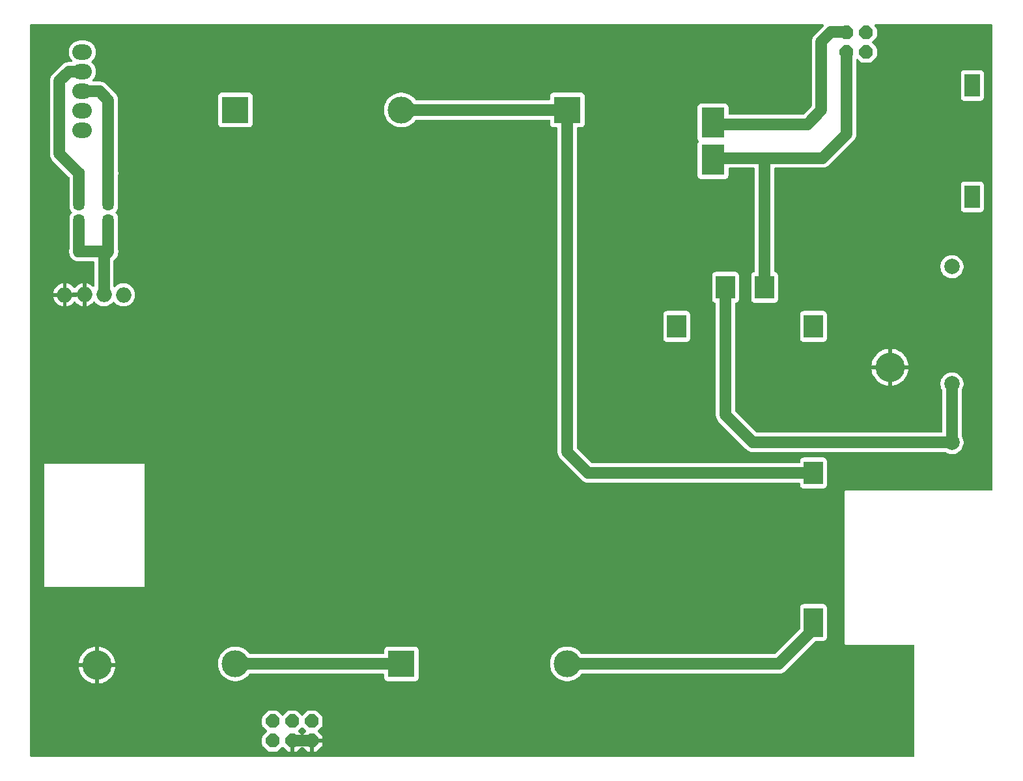
<source format=gbr>
%TF.GenerationSoftware,KiCad,Pcbnew,9.0.0*%
%TF.CreationDate,2025-05-09T22:52:22+03:00*%
%TF.ProjectId,QMX+ Battery + Audio Board,514d582b-2042-4617-9474-657279202b20,rev?*%
%TF.SameCoordinates,Original*%
%TF.FileFunction,Copper,L1,Top*%
%TF.FilePolarity,Positive*%
%FSLAX46Y46*%
G04 Gerber Fmt 4.6, Leading zero omitted, Abs format (unit mm)*
G04 Created by KiCad (PCBNEW 9.0.0) date 2025-05-09 22:52:22*
%MOMM*%
%LPD*%
G01*
G04 APERTURE LIST*
G04 Aperture macros list*
%AMRoundRect*
0 Rectangle with rounded corners*
0 $1 Rounding radius*
0 $2 $3 $4 $5 $6 $7 $8 $9 X,Y pos of 4 corners*
0 Add a 4 corners polygon primitive as box body*
4,1,4,$2,$3,$4,$5,$6,$7,$8,$9,$2,$3,0*
0 Add four circle primitives for the rounded corners*
1,1,$1+$1,$2,$3*
1,1,$1+$1,$4,$5*
1,1,$1+$1,$6,$7*
1,1,$1+$1,$8,$9*
0 Add four rect primitives between the rounded corners*
20,1,$1+$1,$2,$3,$4,$5,0*
20,1,$1+$1,$4,$5,$6,$7,0*
20,1,$1+$1,$6,$7,$8,$9,0*
20,1,$1+$1,$8,$9,$2,$3,0*%
%AMOutline5P*
0 Free polygon, 5 corners , with rotation*
0 The origin of the aperture is its center*
0 number of corners: always 5*
0 $1 to $10 corner X, Y*
0 $11 Rotation angle, in degrees counterclockwise*
0 create outline with 5 corners*
4,1,5,$1,$2,$3,$4,$5,$6,$7,$8,$9,$10,$1,$2,$11*%
%AMOutline6P*
0 Free polygon, 6 corners , with rotation*
0 The origin of the aperture is its center*
0 number of corners: always 6*
0 $1 to $12 corner X, Y*
0 $13 Rotation angle, in degrees counterclockwise*
0 create outline with 6 corners*
4,1,6,$1,$2,$3,$4,$5,$6,$7,$8,$9,$10,$11,$12,$1,$2,$13*%
%AMOutline7P*
0 Free polygon, 7 corners , with rotation*
0 The origin of the aperture is its center*
0 number of corners: always 7*
0 $1 to $14 corner X, Y*
0 $15 Rotation angle, in degrees counterclockwise*
0 create outline with 7 corners*
4,1,7,$1,$2,$3,$4,$5,$6,$7,$8,$9,$10,$11,$12,$13,$14,$1,$2,$15*%
%AMOutline8P*
0 Free polygon, 8 corners , with rotation*
0 The origin of the aperture is its center*
0 number of corners: always 8*
0 $1 to $16 corner X, Y*
0 $17 Rotation angle, in degrees counterclockwise*
0 create outline with 8 corners*
4,1,8,$1,$2,$3,$4,$5,$6,$7,$8,$9,$10,$11,$12,$13,$14,$15,$16,$1,$2,$17*%
G04 Aperture macros list end*
%TA.AperFunction,ComponentPad*%
%ADD10C,2.000000*%
%TD*%
%TA.AperFunction,SMDPad,CuDef*%
%ADD11RoundRect,0.250000X-0.450000X0.350000X-0.450000X-0.350000X0.450000X-0.350000X0.450000X0.350000X0*%
%TD*%
%TA.AperFunction,ComponentPad*%
%ADD12R,2.000000X3.000000*%
%TD*%
%TA.AperFunction,ComponentPad*%
%ADD13R,3.000000X4.000000*%
%TD*%
%TA.AperFunction,ComponentPad*%
%ADD14R,3.500000X3.500000*%
%TD*%
%TA.AperFunction,ComponentPad*%
%ADD15C,3.500000*%
%TD*%
%TA.AperFunction,ComponentPad*%
%ADD16O,2.000000X2.000000*%
%TD*%
%TA.AperFunction,ComponentPad*%
%ADD17O,2.540000X2.000000*%
%TD*%
%TA.AperFunction,ComponentPad*%
%ADD18C,1.600000*%
%TD*%
%TA.AperFunction,ComponentPad*%
%ADD19O,1.600000X1.600000*%
%TD*%
%TA.AperFunction,ComponentPad*%
%ADD20R,2.520000X1.551400*%
%TD*%
%TA.AperFunction,ComponentPad*%
%ADD21R,2.500000X3.000000*%
%TD*%
%TA.AperFunction,ComponentPad*%
%ADD22C,3.810000*%
%TD*%
%TA.AperFunction,ComponentPad*%
%ADD23Outline8P,-0.889000X0.368236X-0.368236X0.889000X0.368236X0.889000X0.889000X0.368236X0.889000X-0.368236X0.368236X-0.889000X-0.368236X-0.889000X-0.889000X-0.368236X0.000000*%
%TD*%
%TA.AperFunction,ComponentPad*%
%ADD24Outline8P,-0.889000X0.368236X-0.368236X0.889000X0.368236X0.889000X0.889000X0.368236X0.889000X-0.368236X0.368236X-0.889000X-0.368236X-0.889000X-0.889000X-0.368236X270.000000*%
%TD*%
%TA.AperFunction,Conductor*%
%ADD25C,1.500000*%
%TD*%
G04 APERTURE END LIST*
D10*
%TO.P,F1,2*%
%TO.N,Net-(BMS1-+)*%
X210000000Y-101600000D03*
%TO.P,F1,1*%
%TO.N,Net-(J3-Pin_1)*%
X210000000Y-86360000D03*
%TO.P,F1,2*%
%TO.N,Net-(BMS1-+)*%
X210000000Y-109220000D03*
%TD*%
D11*
%TO.P,R3,1*%
%TO.N,Net-(J1-Pin_3)*%
X100330000Y-78316000D03*
%TO.P,R3,2*%
%TO.N,Net-(U2-IN)*%
X100330000Y-80316000D03*
%TD*%
D12*
%TO.P,U1,1,VIN*%
%TO.N,unconnected-(U1-VIN-Pad1)*%
X212668500Y-77317500D03*
%TO.P,U1,2,GND*%
%TO.N,unconnected-(U1-GND-Pad2)*%
X212668500Y-62839500D03*
D13*
%TO.P,U1,3,BAT*%
%TO.N,Net-(J3-Pin_1)*%
X178938500Y-67665500D03*
%TO.P,U1,4,GND*%
%TO.N,Net-(BMS1--)*%
X178938500Y-72491500D03*
%TD*%
D14*
%TO.P,BT3,1,+*%
%TO.N,Net-(BMS1-12.6V)*%
X116840000Y-66000000D03*
D15*
%TO.P,BT3,2,-*%
%TO.N,Net-(BMS1-8.4V)*%
X116840000Y-138000000D03*
%TD*%
D16*
%TO.P,U2,1,VDD*%
%TO.N,Net-(J2-Pin_2)*%
X102284000Y-90028200D03*
%TO.P,U2,2,IN*%
%TO.N,Net-(U2-IN)*%
X99744000Y-90006100D03*
%TO.P,U2,3,GND*%
%TO.N,GND*%
X94655000Y-90028200D03*
X97204000Y-90006100D03*
%TD*%
D17*
%TO.P,J1,1,Pin_1*%
%TO.N,unconnected-(J1-Pin_1-Pad1)*%
X96940000Y-68640000D03*
%TO.P,J1,2,Pin_2*%
%TO.N,unconnected-(J1-Pin_2-Pad2)*%
X96940000Y-66100000D03*
%TO.P,J1,3,Pin_3*%
%TO.N,Net-(J1-Pin_3)*%
X96940000Y-63560000D03*
%TO.P,J1,4,Pin_4*%
%TO.N,Net-(J1-Pin_4)*%
X96940000Y-61020000D03*
%TO.P,J1,5,Pin_5*%
%TO.N,unconnected-(J1-Pin_5-Pad5)*%
X96940000Y-58480000D03*
%TD*%
D18*
%TO.P,R2,1*%
%TO.N,Net-(J1-Pin_4)*%
X96520000Y-74236000D03*
D19*
%TO.P,R2,2*%
%TO.N,Net-(U2-IN)*%
X96520000Y-84396000D03*
%TD*%
D18*
%TO.P,R1,1*%
%TO.N,Net-(J1-Pin_3)*%
X100330000Y-74236000D03*
D19*
%TO.P,R1,2*%
%TO.N,Net-(U2-IN)*%
X100330000Y-84396000D03*
%TD*%
D20*
%TO.P,BMS1,1,0V*%
%TO.N,Net-(BMS1-0V)*%
X192010000Y-133750300D03*
D21*
X192000000Y-132240000D03*
%TO.P,BMS1,2,4.2V*%
%TO.N,Net-(BMS1-4.2V)*%
X192000000Y-113190000D03*
%TO.P,BMS1,3,8.4V*%
%TO.N,Net-(BMS1-8.4V)*%
X192000000Y-94140000D03*
%TO.P,BMS1,4,12.6V*%
%TO.N,Net-(BMS1-12.6V)*%
X174220000Y-94140000D03*
%TO.P,BMS1,5,+*%
%TO.N,Net-(BMS1-+)*%
X180570000Y-89060000D03*
%TO.P,BMS1,6,-*%
%TO.N,Net-(BMS1--)*%
X185650000Y-89060000D03*
%TD*%
D11*
%TO.P,R4,1*%
%TO.N,Net-(J1-Pin_4)*%
X96520000Y-78316000D03*
%TO.P,R4,2*%
%TO.N,Net-(U2-IN)*%
X96520000Y-80316000D03*
%TD*%
D22*
%TO.P,H1,B3\u002C3*%
%TO.N,GND*%
X98840000Y-138172500D03*
%TD*%
%TO.P,H2,B3\u002C3*%
%TO.N,GND*%
X201948750Y-99437500D03*
%TD*%
D14*
%TO.P,BT2,1,+*%
%TO.N,Net-(BMS1-8.4V)*%
X138430000Y-138000000D03*
D15*
%TO.P,BT2,2,-*%
%TO.N,Net-(BMS1-4.2V)*%
X138430000Y-66000000D03*
%TD*%
D14*
%TO.P,BT1,1,+*%
%TO.N,Net-(BMS1-4.2V)*%
X160000000Y-66000000D03*
D15*
%TO.P,BT1,2,-*%
%TO.N,Net-(BMS1-0V)*%
X160000000Y-138000000D03*
%TD*%
D23*
%TO.P,J2,1,Pin_1*%
%TO.N,unconnected-(J2-Pin_1-Pad1)*%
X121700000Y-148010000D03*
%TO.P,J2,2,Pin_2*%
%TO.N,Net-(J2-Pin_2)*%
X121700000Y-145470000D03*
%TO.P,J2,3,Pin_3*%
%TO.N,GND*%
X124240000Y-148010000D03*
%TO.P,J2,4,Pin_4*%
%TO.N,unconnected-(J2-Pin_4-Pad4)*%
X124240000Y-145470000D03*
%TO.P,J2,5,Pin_5*%
%TO.N,GND*%
X126780000Y-148010000D03*
%TO.P,J2,6,Pin_6*%
%TO.N,unconnected-(J2-Pin_6-Pad6)*%
X126780000Y-145470000D03*
%TD*%
D24*
%TO.P,J3,1,Pin_1*%
%TO.N,Net-(J3-Pin_1)*%
X196312500Y-55940000D03*
%TO.P,J3,2,Pin_2*%
%TO.N,unconnected-(J3-Pin_2-Pad2)*%
X198852500Y-55940000D03*
%TO.P,J3,3,Pin_3*%
%TO.N,Net-(BMS1--)*%
X196312500Y-58480000D03*
%TO.P,J3,4,Pin_4*%
%TO.N,unconnected-(J3-Pin_4-Pad4)*%
X198852500Y-58480000D03*
%TD*%
D25*
%TO.N,Net-(BMS1-+)*%
X210000000Y-101600000D02*
X210000000Y-109220000D01*
%TO.N,Net-(BMS1-0V)*%
X187510000Y-138000000D02*
X192000000Y-133510000D01*
X160000000Y-138000000D02*
X187510000Y-138000000D01*
X192000000Y-132240000D02*
X192000000Y-133510000D01*
%TO.N,Net-(BMS1-+)*%
X184150000Y-109220000D02*
X210000000Y-109220000D01*
X180570000Y-105640000D02*
X184150000Y-109220000D01*
X180570000Y-89060000D02*
X180570000Y-105640000D01*
%TO.N,Net-(BMS1-4.2V)*%
X138430000Y-66000000D02*
X160000000Y-66000000D01*
X160000000Y-110470000D02*
X162720000Y-113190000D01*
X160000000Y-66000000D02*
X160000000Y-110470000D01*
X162720000Y-113190000D02*
X192000000Y-113190000D01*
%TO.N,Net-(BMS1-8.4V)*%
X116840000Y-138000000D02*
X138430000Y-138000000D01*
%TO.N,GND*%
X94677100Y-90006100D02*
X94655000Y-90028200D01*
X124240000Y-148010000D02*
X126780000Y-148010000D01*
%TO.N,Net-(J1-Pin_3)*%
X99170000Y-63560000D02*
X96940000Y-63560000D01*
X100330000Y-64720000D02*
X99170000Y-63560000D01*
X100330000Y-74236000D02*
X100330000Y-64720000D01*
X100330000Y-78316000D02*
X100330000Y-74236000D01*
%TO.N,Net-(J1-Pin_4)*%
X96520000Y-78316000D02*
X96520000Y-74236000D01*
X93980000Y-62230000D02*
X93980000Y-71696000D01*
X93980000Y-71696000D02*
X96520000Y-74236000D01*
X95190000Y-61020000D02*
X93980000Y-62230000D01*
X96940000Y-61020000D02*
X95190000Y-61020000D01*
%TO.N,Net-(J3-Pin_1)*%
X194310000Y-55880000D02*
X196252500Y-55880000D01*
X178938500Y-67861600D02*
X191218400Y-67861600D01*
X193040000Y-57150000D02*
X194310000Y-55880000D01*
X191218400Y-67861600D02*
X193040000Y-66040000D01*
X196252500Y-55880000D02*
X196312500Y-55940000D01*
X193040000Y-66040000D02*
X193040000Y-57150000D01*
%TO.N,Net-(BMS1--)*%
X185650000Y-72261400D02*
X185650000Y-89060000D01*
X193168600Y-72261400D02*
X196312500Y-69117500D01*
X178938500Y-72261400D02*
X182531100Y-72261400D01*
X196312500Y-69117500D02*
X196312500Y-58480000D01*
X182531100Y-72261400D02*
X185650000Y-72261400D01*
X182531100Y-72261400D02*
X193168600Y-72261400D01*
%TO.N,Net-(U2-IN)*%
X99744000Y-90006100D02*
X99744000Y-84982000D01*
X99744000Y-84982000D02*
X100330000Y-84396000D01*
X96520000Y-80316000D02*
X96520000Y-84396000D01*
X100330000Y-80316000D02*
X100330000Y-84396000D01*
X100330000Y-84396000D02*
X96520000Y-84396000D01*
%TD*%
%TA.AperFunction,Conductor*%
%TO.N,GND*%
G36*
X126306619Y-147813919D02*
G01*
X126272000Y-147943120D01*
X126272000Y-148076880D01*
X126306619Y-148206081D01*
X126337749Y-148260000D01*
X124682251Y-148260000D01*
X124713381Y-148206081D01*
X124748000Y-148076880D01*
X124748000Y-147943120D01*
X124713381Y-147813919D01*
X124682251Y-147760000D01*
X126337749Y-147760000D01*
X126306619Y-147813919D01*
G37*
%TD.AperFunction*%
%TA.AperFunction,Conductor*%
G36*
X125553332Y-146224228D02*
G01*
X125597677Y-146252727D01*
X125997269Y-146652318D01*
X125997623Y-146652672D01*
X126031108Y-146713995D01*
X126026124Y-146783687D01*
X125997623Y-146828034D01*
X125597680Y-147227976D01*
X125536357Y-147261461D01*
X125466665Y-147256477D01*
X125422318Y-147227976D01*
X125022376Y-146828034D01*
X124988891Y-146766711D01*
X124993875Y-146697019D01*
X125022372Y-146652676D01*
X125422320Y-146252727D01*
X125483641Y-146219244D01*
X125553332Y-146224228D01*
G37*
%TD.AperFunction*%
%TA.AperFunction,Conductor*%
G36*
X96738075Y-89813107D02*
G01*
X96704000Y-89940274D01*
X96704000Y-90071926D01*
X96738075Y-90199093D01*
X96770988Y-90256100D01*
X96273179Y-90256100D01*
X96237896Y-90275366D01*
X96211538Y-90278200D01*
X95088012Y-90278200D01*
X95120925Y-90221193D01*
X95155000Y-90094026D01*
X95155000Y-89962374D01*
X95120925Y-89835207D01*
X95088012Y-89778200D01*
X95585821Y-89778200D01*
X95621104Y-89758934D01*
X95647462Y-89756100D01*
X96770988Y-89756100D01*
X96738075Y-89813107D01*
G37*
%TD.AperFunction*%
%TA.AperFunction,Conductor*%
G36*
X193318703Y-54890185D02*
G01*
X193364458Y-54942989D01*
X193374402Y-55012147D01*
X193345377Y-55075703D01*
X193339345Y-55082181D01*
X192086174Y-56335351D01*
X192086174Y-56335352D01*
X192086172Y-56335354D01*
X192076106Y-56349209D01*
X191970476Y-56494594D01*
X191881117Y-56669971D01*
X191827911Y-56833722D01*
X191820291Y-56857173D01*
X191789500Y-57051577D01*
X191789500Y-65470664D01*
X191769815Y-65537703D01*
X191753181Y-65558345D01*
X190736745Y-66574781D01*
X190675422Y-66608266D01*
X190649064Y-66611100D01*
X181062999Y-66611100D01*
X180995960Y-66591415D01*
X180950205Y-66538611D01*
X180938999Y-66487100D01*
X180938999Y-65617629D01*
X180938998Y-65617623D01*
X180938997Y-65617616D01*
X180932591Y-65558017D01*
X180925014Y-65537703D01*
X180882297Y-65423171D01*
X180882293Y-65423164D01*
X180796047Y-65307955D01*
X180796044Y-65307952D01*
X180680835Y-65221706D01*
X180680828Y-65221702D01*
X180545982Y-65171408D01*
X180545983Y-65171408D01*
X180486383Y-65165001D01*
X180486381Y-65165000D01*
X180486373Y-65165000D01*
X180486364Y-65165000D01*
X177390629Y-65165000D01*
X177390623Y-65165001D01*
X177331016Y-65171408D01*
X177196171Y-65221702D01*
X177196164Y-65221706D01*
X177080955Y-65307952D01*
X177080952Y-65307955D01*
X176994706Y-65423164D01*
X176994702Y-65423171D01*
X176944408Y-65558017D01*
X176938001Y-65617616D01*
X176938001Y-65617623D01*
X176938000Y-65617635D01*
X176938000Y-69713370D01*
X176938001Y-69713376D01*
X176944408Y-69772983D01*
X176994702Y-69907828D01*
X176994703Y-69907830D01*
X177066838Y-70004189D01*
X177091255Y-70069653D01*
X177076404Y-70137926D01*
X177066838Y-70152811D01*
X176994703Y-70249169D01*
X176994702Y-70249171D01*
X176944408Y-70384017D01*
X176938001Y-70443616D01*
X176938001Y-70443623D01*
X176938000Y-70443635D01*
X176938000Y-74539370D01*
X176938001Y-74539376D01*
X176944408Y-74598983D01*
X176994702Y-74733828D01*
X176994706Y-74733835D01*
X177080952Y-74849044D01*
X177080955Y-74849047D01*
X177196164Y-74935293D01*
X177196171Y-74935297D01*
X177331017Y-74985591D01*
X177331016Y-74985591D01*
X177337944Y-74986335D01*
X177390627Y-74992000D01*
X180486372Y-74991999D01*
X180545983Y-74985591D01*
X180680831Y-74935296D01*
X180796046Y-74849046D01*
X180882296Y-74733831D01*
X180932591Y-74598983D01*
X180939000Y-74539373D01*
X180939000Y-73635900D01*
X180958685Y-73568861D01*
X181011489Y-73523106D01*
X181063000Y-73511900D01*
X182432683Y-73511900D01*
X184275500Y-73511900D01*
X184342539Y-73531585D01*
X184388294Y-73584389D01*
X184399500Y-73635900D01*
X184399500Y-86943023D01*
X184379815Y-87010062D01*
X184327011Y-87055817D01*
X184299865Y-87063266D01*
X184300068Y-87064124D01*
X184292520Y-87065907D01*
X184157671Y-87116202D01*
X184157664Y-87116206D01*
X184042455Y-87202452D01*
X184042452Y-87202455D01*
X183956206Y-87317664D01*
X183956202Y-87317671D01*
X183905908Y-87452517D01*
X183900318Y-87504517D01*
X183899501Y-87512123D01*
X183899500Y-87512135D01*
X183899500Y-90607870D01*
X183899501Y-90607876D01*
X183905908Y-90667483D01*
X183956202Y-90802328D01*
X183956206Y-90802335D01*
X184042452Y-90917544D01*
X184042455Y-90917547D01*
X184157664Y-91003793D01*
X184157671Y-91003797D01*
X184292517Y-91054091D01*
X184292516Y-91054091D01*
X184299444Y-91054835D01*
X184352127Y-91060500D01*
X186947872Y-91060499D01*
X187007483Y-91054091D01*
X187142331Y-91003796D01*
X187257546Y-90917546D01*
X187343796Y-90802331D01*
X187394091Y-90667483D01*
X187400500Y-90607873D01*
X187400499Y-87512128D01*
X187394091Y-87452517D01*
X187343796Y-87317669D01*
X187343795Y-87317668D01*
X187343793Y-87317664D01*
X187257547Y-87202455D01*
X187257544Y-87202452D01*
X187142335Y-87116206D01*
X187142328Y-87116202D01*
X187007482Y-87065908D01*
X186999938Y-87064126D01*
X187000474Y-87061853D01*
X186946688Y-87039571D01*
X186906843Y-86982177D01*
X186900500Y-86943024D01*
X186900500Y-86241902D01*
X208499500Y-86241902D01*
X208499500Y-86478097D01*
X208536446Y-86711368D01*
X208609433Y-86935996D01*
X208716657Y-87146433D01*
X208855483Y-87337510D01*
X209022490Y-87504517D01*
X209213567Y-87643343D01*
X209312991Y-87694002D01*
X209424003Y-87750566D01*
X209424005Y-87750566D01*
X209424008Y-87750568D01*
X209544412Y-87789689D01*
X209648631Y-87823553D01*
X209881903Y-87860500D01*
X209881908Y-87860500D01*
X210118097Y-87860500D01*
X210351368Y-87823553D01*
X210575992Y-87750568D01*
X210786433Y-87643343D01*
X210977510Y-87504517D01*
X211144517Y-87337510D01*
X211283343Y-87146433D01*
X211390568Y-86935992D01*
X211463553Y-86711368D01*
X211500500Y-86478097D01*
X211500500Y-86241902D01*
X211463553Y-86008631D01*
X211390566Y-85784003D01*
X211329663Y-85664476D01*
X211283343Y-85573567D01*
X211144517Y-85382490D01*
X210977510Y-85215483D01*
X210786433Y-85076657D01*
X210575996Y-84969433D01*
X210351368Y-84896446D01*
X210118097Y-84859500D01*
X210118092Y-84859500D01*
X209881908Y-84859500D01*
X209881903Y-84859500D01*
X209648631Y-84896446D01*
X209424003Y-84969433D01*
X209213566Y-85076657D01*
X209104550Y-85155862D01*
X209022490Y-85215483D01*
X209022488Y-85215485D01*
X209022487Y-85215485D01*
X208855485Y-85382487D01*
X208855485Y-85382488D01*
X208855483Y-85382490D01*
X208851501Y-85387971D01*
X208716657Y-85573566D01*
X208609433Y-85784003D01*
X208536446Y-86008631D01*
X208499500Y-86241902D01*
X186900500Y-86241902D01*
X186900500Y-75769635D01*
X211168000Y-75769635D01*
X211168000Y-78865370D01*
X211168001Y-78865376D01*
X211174408Y-78924983D01*
X211224702Y-79059828D01*
X211224706Y-79059835D01*
X211310952Y-79175044D01*
X211310955Y-79175047D01*
X211426164Y-79261293D01*
X211426171Y-79261297D01*
X211561017Y-79311591D01*
X211561016Y-79311591D01*
X211567944Y-79312335D01*
X211620627Y-79318000D01*
X213716372Y-79317999D01*
X213775983Y-79311591D01*
X213910831Y-79261296D01*
X214026046Y-79175046D01*
X214112296Y-79059831D01*
X214162591Y-78924983D01*
X214169000Y-78865373D01*
X214168999Y-75769628D01*
X214162591Y-75710017D01*
X214112296Y-75575169D01*
X214112295Y-75575168D01*
X214112293Y-75575164D01*
X214026047Y-75459955D01*
X214026044Y-75459952D01*
X213910835Y-75373706D01*
X213910828Y-75373702D01*
X213775982Y-75323408D01*
X213775983Y-75323408D01*
X213716383Y-75317001D01*
X213716381Y-75317000D01*
X213716373Y-75317000D01*
X213716364Y-75317000D01*
X211620629Y-75317000D01*
X211620623Y-75317001D01*
X211561016Y-75323408D01*
X211426171Y-75373702D01*
X211426164Y-75373706D01*
X211310955Y-75459952D01*
X211310952Y-75459955D01*
X211224706Y-75575164D01*
X211224702Y-75575171D01*
X211174408Y-75710017D01*
X211168001Y-75769616D01*
X211168001Y-75769623D01*
X211168000Y-75769635D01*
X186900500Y-75769635D01*
X186900500Y-73635900D01*
X186920185Y-73568861D01*
X186972989Y-73523106D01*
X187024500Y-73511900D01*
X193267022Y-73511900D01*
X193461426Y-73481109D01*
X193648626Y-73420284D01*
X193824005Y-73330924D01*
X193983246Y-73215228D01*
X197266328Y-69932146D01*
X197382024Y-69772905D01*
X197471384Y-69597526D01*
X197532209Y-69410326D01*
X197563000Y-69215922D01*
X197563000Y-61291635D01*
X211168000Y-61291635D01*
X211168000Y-64387370D01*
X211168001Y-64387373D01*
X211174408Y-64446983D01*
X211224702Y-64581828D01*
X211224706Y-64581835D01*
X211310952Y-64697044D01*
X211310955Y-64697047D01*
X211426164Y-64783293D01*
X211426171Y-64783297D01*
X211561017Y-64833591D01*
X211561016Y-64833591D01*
X211567944Y-64834335D01*
X211620627Y-64840000D01*
X213716372Y-64839999D01*
X213775983Y-64833591D01*
X213910831Y-64783296D01*
X214026046Y-64697046D01*
X214112296Y-64581831D01*
X214162591Y-64446983D01*
X214169000Y-64387373D01*
X214168999Y-61291628D01*
X214162591Y-61232017D01*
X214127559Y-61138092D01*
X214112297Y-61097171D01*
X214112293Y-61097164D01*
X214026047Y-60981955D01*
X214026044Y-60981952D01*
X213910835Y-60895706D01*
X213910828Y-60895702D01*
X213775982Y-60845408D01*
X213775983Y-60845408D01*
X213716383Y-60839001D01*
X213716381Y-60839000D01*
X213716373Y-60839000D01*
X213716364Y-60839000D01*
X211620629Y-60839000D01*
X211620623Y-60839001D01*
X211561016Y-60845408D01*
X211426171Y-60895702D01*
X211426164Y-60895706D01*
X211310955Y-60981952D01*
X211310952Y-60981955D01*
X211224706Y-61097164D01*
X211224702Y-61097171D01*
X211174408Y-61232017D01*
X211168001Y-61291616D01*
X211168001Y-61291623D01*
X211168000Y-61291635D01*
X197563000Y-61291635D01*
X197563000Y-59454912D01*
X197582685Y-59387873D01*
X197635489Y-59342118D01*
X197704647Y-59332174D01*
X197768203Y-59361199D01*
X197774681Y-59367231D01*
X198159321Y-59751871D01*
X198159340Y-59751888D01*
X198226245Y-59803863D01*
X198226246Y-59803864D01*
X198298963Y-59833983D01*
X198359214Y-59858940D01*
X198443287Y-59869500D01*
X199261709Y-59869501D01*
X199345785Y-59858940D01*
X199478752Y-59803863D01*
X199545671Y-59751879D01*
X200124382Y-59173167D01*
X200176364Y-59106253D01*
X200231440Y-58973286D01*
X200242000Y-58889213D01*
X200242001Y-58070791D01*
X200231440Y-57986715D01*
X200176363Y-57853748D01*
X200124379Y-57786829D01*
X199840037Y-57502487D01*
X199635230Y-57297680D01*
X199601745Y-57236357D01*
X199606729Y-57166665D01*
X199635228Y-57122320D01*
X200124382Y-56633167D01*
X200176364Y-56566253D01*
X200231440Y-56433286D01*
X200242000Y-56349213D01*
X200242001Y-55530791D01*
X200231440Y-55446715D01*
X200176363Y-55313748D01*
X200124379Y-55246829D01*
X199959731Y-55082181D01*
X199926246Y-55020858D01*
X199931230Y-54951166D01*
X199973102Y-54895233D01*
X200038566Y-54870816D01*
X200047412Y-54870500D01*
X215180500Y-54870500D01*
X215247539Y-54890185D01*
X215293294Y-54942989D01*
X215304500Y-54994500D01*
X215304500Y-115305500D01*
X215284815Y-115372539D01*
X215232011Y-115418294D01*
X215180500Y-115429500D01*
X196223866Y-115429500D01*
X196150175Y-115460024D01*
X196093774Y-115516425D01*
X196063250Y-115590116D01*
X196063250Y-115590118D01*
X196063250Y-135275118D01*
X196063250Y-135354882D01*
X196093774Y-135428574D01*
X196150176Y-135484976D01*
X196223868Y-135515500D01*
X205020500Y-135515500D01*
X205087539Y-135535185D01*
X205133294Y-135587989D01*
X205144500Y-135639500D01*
X205144500Y-149935500D01*
X205124815Y-150002539D01*
X205072011Y-150048294D01*
X205020500Y-150059500D01*
X90274500Y-150059500D01*
X90207461Y-150039815D01*
X90161706Y-149987011D01*
X90150500Y-149935500D01*
X90150500Y-145060790D01*
X120310499Y-145060790D01*
X120310499Y-145879210D01*
X120321059Y-145963282D01*
X120321060Y-145963286D01*
X120376136Y-146096251D01*
X120387738Y-146111186D01*
X120428121Y-146163171D01*
X120428125Y-146163175D01*
X120428126Y-146163176D01*
X120917268Y-146652318D01*
X120950753Y-146713641D01*
X120945769Y-146783333D01*
X120917268Y-146827680D01*
X120428128Y-147316821D01*
X120428111Y-147316840D01*
X120376136Y-147383745D01*
X120376135Y-147383746D01*
X120321061Y-147516710D01*
X120321059Y-147516717D01*
X120310500Y-147600783D01*
X120310499Y-147600790D01*
X120310499Y-148419210D01*
X120321059Y-148503282D01*
X120321060Y-148503286D01*
X120376136Y-148636251D01*
X120376137Y-148636252D01*
X120428121Y-148703171D01*
X120428125Y-148703175D01*
X120428126Y-148703176D01*
X121006821Y-149281871D01*
X121006840Y-149281888D01*
X121073745Y-149333863D01*
X121073746Y-149333864D01*
X121146463Y-149363983D01*
X121206714Y-149388940D01*
X121290787Y-149399500D01*
X122109209Y-149399501D01*
X122193285Y-149388940D01*
X122326252Y-149333863D01*
X122393171Y-149281879D01*
X122882674Y-148792374D01*
X122943995Y-148758891D01*
X123013686Y-148763875D01*
X123058034Y-148792376D01*
X123547154Y-149281496D01*
X123547167Y-149281507D01*
X123614005Y-149333429D01*
X123746839Y-149388450D01*
X123830825Y-149398999D01*
X123989999Y-149398999D01*
X123990000Y-149398998D01*
X123990000Y-148452251D01*
X124043919Y-148483381D01*
X124173120Y-148518000D01*
X124306880Y-148518000D01*
X124436081Y-148483381D01*
X124490000Y-148452251D01*
X124490000Y-149398999D01*
X124649170Y-149398999D01*
X124733160Y-149388451D01*
X124865993Y-149333429D01*
X124932840Y-149281500D01*
X124932846Y-149281495D01*
X125422319Y-148792023D01*
X125483642Y-148758538D01*
X125553334Y-148763522D01*
X125597681Y-148792023D01*
X126087154Y-149281496D01*
X126087167Y-149281507D01*
X126154005Y-149333429D01*
X126286839Y-149388450D01*
X126370825Y-149398999D01*
X126529999Y-149398999D01*
X126530000Y-149398998D01*
X126530000Y-148452251D01*
X126583919Y-148483381D01*
X126713120Y-148518000D01*
X126846880Y-148518000D01*
X126976081Y-148483381D01*
X127030000Y-148452251D01*
X127030000Y-149398999D01*
X127189170Y-149398999D01*
X127273160Y-149388451D01*
X127405993Y-149333429D01*
X127472840Y-149281500D01*
X127472846Y-149281495D01*
X128051496Y-148702845D01*
X128051507Y-148702832D01*
X128103429Y-148635994D01*
X128103429Y-148635993D01*
X128158450Y-148503160D01*
X128168999Y-148419177D01*
X128169000Y-148419171D01*
X128169000Y-148260000D01*
X127222251Y-148260000D01*
X127253381Y-148206081D01*
X127288000Y-148076880D01*
X127288000Y-147943120D01*
X127253381Y-147813919D01*
X127222251Y-147760000D01*
X128168999Y-147760000D01*
X128168999Y-147600829D01*
X128158451Y-147516839D01*
X128103429Y-147384006D01*
X128051500Y-147317159D01*
X128051495Y-147317153D01*
X127562376Y-146828034D01*
X127528891Y-146766711D01*
X127533875Y-146697019D01*
X127562372Y-146652677D01*
X128051882Y-146163167D01*
X128103864Y-146096253D01*
X128158940Y-145963286D01*
X128169500Y-145879213D01*
X128169501Y-145060791D01*
X128158940Y-144976715D01*
X128103863Y-144843748D01*
X128051879Y-144776829D01*
X127962319Y-144687269D01*
X127473178Y-144198128D01*
X127473159Y-144198111D01*
X127406254Y-144146136D01*
X127406253Y-144146135D01*
X127273289Y-144091061D01*
X127273287Y-144091060D01*
X127273286Y-144091060D01*
X127273285Y-144091059D01*
X127273282Y-144091059D01*
X127189216Y-144080500D01*
X127189209Y-144080499D01*
X126370789Y-144080499D01*
X126286717Y-144091059D01*
X126286713Y-144091060D01*
X126153748Y-144146136D01*
X126086829Y-144198121D01*
X126086823Y-144198126D01*
X125597681Y-144687269D01*
X125536358Y-144720754D01*
X125466666Y-144715770D01*
X125422319Y-144687269D01*
X124933178Y-144198128D01*
X124933159Y-144198111D01*
X124866254Y-144146136D01*
X124866253Y-144146135D01*
X124733289Y-144091061D01*
X124733287Y-144091060D01*
X124733286Y-144091060D01*
X124733285Y-144091059D01*
X124733282Y-144091059D01*
X124649216Y-144080500D01*
X124649209Y-144080499D01*
X123830789Y-144080499D01*
X123746717Y-144091059D01*
X123746713Y-144091060D01*
X123613748Y-144146136D01*
X123546829Y-144198121D01*
X123546823Y-144198126D01*
X123057681Y-144687269D01*
X122996358Y-144720754D01*
X122926666Y-144715770D01*
X122882319Y-144687269D01*
X122393178Y-144198128D01*
X122393159Y-144198111D01*
X122326254Y-144146136D01*
X122326253Y-144146135D01*
X122193289Y-144091061D01*
X122193287Y-144091060D01*
X122193286Y-144091060D01*
X122193285Y-144091059D01*
X122193282Y-144091059D01*
X122109216Y-144080500D01*
X122109209Y-144080499D01*
X121290789Y-144080499D01*
X121206717Y-144091059D01*
X121206713Y-144091060D01*
X121073748Y-144146136D01*
X121006829Y-144198121D01*
X121006823Y-144198126D01*
X120428128Y-144776821D01*
X120428111Y-144776840D01*
X120376136Y-144843745D01*
X120376135Y-144843746D01*
X120321061Y-144976710D01*
X120321059Y-144976717D01*
X120310500Y-145060783D01*
X120310499Y-145060790D01*
X90150500Y-145060790D01*
X90150500Y-137922500D01*
X96447951Y-137922500D01*
X97209029Y-137922500D01*
X97190000Y-138042642D01*
X97190000Y-138302358D01*
X97209029Y-138422500D01*
X96447951Y-138422500D01*
X96465243Y-138575974D01*
X96465245Y-138575990D01*
X96525352Y-138839337D01*
X96525353Y-138839339D01*
X96614569Y-139094306D01*
X96614571Y-139094310D01*
X96731767Y-139337671D01*
X96875485Y-139566395D01*
X97043904Y-139777587D01*
X97234912Y-139968595D01*
X97446104Y-140137014D01*
X97674828Y-140280732D01*
X97918189Y-140397928D01*
X97918193Y-140397930D01*
X98173160Y-140487146D01*
X98173162Y-140487147D01*
X98436509Y-140547254D01*
X98436525Y-140547256D01*
X98590000Y-140564549D01*
X98590000Y-139803471D01*
X98710142Y-139822500D01*
X98969858Y-139822500D01*
X99090000Y-139803471D01*
X99090000Y-140564548D01*
X99243474Y-140547256D01*
X99243490Y-140547254D01*
X99506837Y-140487147D01*
X99506839Y-140487146D01*
X99761806Y-140397930D01*
X99761810Y-140397928D01*
X100005171Y-140280732D01*
X100233895Y-140137014D01*
X100445087Y-139968595D01*
X100636095Y-139777587D01*
X100804514Y-139566395D01*
X100948232Y-139337671D01*
X101065428Y-139094310D01*
X101065430Y-139094306D01*
X101154646Y-138839339D01*
X101154647Y-138839337D01*
X101214754Y-138575990D01*
X101214756Y-138575974D01*
X101232049Y-138422500D01*
X100470971Y-138422500D01*
X100490000Y-138302358D01*
X100490000Y-138042642D01*
X100470971Y-137922500D01*
X101232050Y-137922500D01*
X101232049Y-137922499D01*
X101225269Y-137862318D01*
X101224161Y-137852486D01*
X114589500Y-137852486D01*
X114589500Y-138147513D01*
X114609887Y-138302358D01*
X114628007Y-138439993D01*
X114664443Y-138575974D01*
X114704361Y-138724951D01*
X114704364Y-138724961D01*
X114817254Y-138997500D01*
X114817258Y-138997510D01*
X114964761Y-139252993D01*
X115144352Y-139487040D01*
X115144358Y-139487047D01*
X115352952Y-139695641D01*
X115352959Y-139695647D01*
X115587006Y-139875238D01*
X115842489Y-140022741D01*
X115842490Y-140022741D01*
X115842493Y-140022743D01*
X116115048Y-140135639D01*
X116400007Y-140211993D01*
X116678415Y-140248646D01*
X116692478Y-140250498D01*
X116692494Y-140250500D01*
X116692501Y-140250500D01*
X116987499Y-140250500D01*
X116987506Y-140250500D01*
X117279993Y-140211993D01*
X117564952Y-140135639D01*
X117837507Y-140022743D01*
X118092994Y-139875238D01*
X118327042Y-139695646D01*
X118535646Y-139487042D01*
X118679926Y-139299012D01*
X118736354Y-139257811D01*
X118778302Y-139250500D01*
X136055501Y-139250500D01*
X136122540Y-139270185D01*
X136168295Y-139322989D01*
X136179501Y-139374500D01*
X136179501Y-139797876D01*
X136185908Y-139857483D01*
X136236202Y-139992328D01*
X136236206Y-139992335D01*
X136322452Y-140107544D01*
X136322455Y-140107547D01*
X136437664Y-140193793D01*
X136437671Y-140193797D01*
X136572517Y-140244091D01*
X136572516Y-140244091D01*
X136579444Y-140244835D01*
X136632127Y-140250500D01*
X140227872Y-140250499D01*
X140287483Y-140244091D01*
X140422331Y-140193796D01*
X140537546Y-140107546D01*
X140623796Y-139992331D01*
X140674091Y-139857483D01*
X140680500Y-139797873D01*
X140680499Y-137852486D01*
X157749500Y-137852486D01*
X157749500Y-138147513D01*
X157769887Y-138302358D01*
X157788007Y-138439993D01*
X157824443Y-138575974D01*
X157864361Y-138724951D01*
X157864364Y-138724961D01*
X157977254Y-138997500D01*
X157977258Y-138997510D01*
X158124761Y-139252993D01*
X158304352Y-139487040D01*
X158304358Y-139487047D01*
X158512952Y-139695641D01*
X158512959Y-139695647D01*
X158747006Y-139875238D01*
X159002489Y-140022741D01*
X159002490Y-140022741D01*
X159002493Y-140022743D01*
X159275048Y-140135639D01*
X159560007Y-140211993D01*
X159838415Y-140248646D01*
X159852478Y-140250498D01*
X159852494Y-140250500D01*
X159852501Y-140250500D01*
X160147499Y-140250500D01*
X160147506Y-140250500D01*
X160439993Y-140211993D01*
X160724952Y-140135639D01*
X160997507Y-140022743D01*
X161252994Y-139875238D01*
X161487042Y-139695646D01*
X161695646Y-139487042D01*
X161839926Y-139299012D01*
X161896354Y-139257811D01*
X161938302Y-139250500D01*
X187608422Y-139250500D01*
X187802826Y-139219709D01*
X187990026Y-139158884D01*
X188165405Y-139069524D01*
X188324646Y-138953828D01*
X192215655Y-135062817D01*
X192276978Y-135029333D01*
X192303336Y-135026499D01*
X193317871Y-135026499D01*
X193317872Y-135026499D01*
X193377483Y-135020091D01*
X193512331Y-134969796D01*
X193627546Y-134883546D01*
X193713796Y-134768331D01*
X193764091Y-134633483D01*
X193770500Y-134573873D01*
X193770499Y-132926728D01*
X193764091Y-132867117D01*
X193758317Y-132851636D01*
X193750499Y-132808302D01*
X193750499Y-130692129D01*
X193750498Y-130692123D01*
X193750497Y-130692116D01*
X193744091Y-130632517D01*
X193693796Y-130497669D01*
X193693795Y-130497668D01*
X193693793Y-130497664D01*
X193607547Y-130382455D01*
X193607544Y-130382452D01*
X193492335Y-130296206D01*
X193492328Y-130296202D01*
X193357482Y-130245908D01*
X193357483Y-130245908D01*
X193297883Y-130239501D01*
X193297881Y-130239500D01*
X193297873Y-130239500D01*
X193297864Y-130239500D01*
X190702129Y-130239500D01*
X190702123Y-130239501D01*
X190642516Y-130245908D01*
X190507671Y-130296202D01*
X190507664Y-130296206D01*
X190392455Y-130382452D01*
X190392452Y-130382455D01*
X190306206Y-130497664D01*
X190306202Y-130497671D01*
X190255908Y-130632517D01*
X190249501Y-130692116D01*
X190249501Y-130692123D01*
X190249500Y-130692135D01*
X190249500Y-133440663D01*
X190229815Y-133507702D01*
X190213181Y-133528344D01*
X187028345Y-136713181D01*
X186967022Y-136746666D01*
X186940664Y-136749500D01*
X161938302Y-136749500D01*
X161871263Y-136729815D01*
X161839926Y-136700987D01*
X161833444Y-136692539D01*
X161695646Y-136512958D01*
X161695644Y-136512956D01*
X161695641Y-136512952D01*
X161487047Y-136304358D01*
X161487040Y-136304352D01*
X161252993Y-136124761D01*
X160997510Y-135977258D01*
X160997500Y-135977254D01*
X160724961Y-135864364D01*
X160724954Y-135864362D01*
X160724952Y-135864361D01*
X160439993Y-135788007D01*
X160382585Y-135780449D01*
X160147513Y-135749500D01*
X160147506Y-135749500D01*
X159852494Y-135749500D01*
X159852486Y-135749500D01*
X159574085Y-135786153D01*
X159560007Y-135788007D01*
X159492087Y-135806206D01*
X159275048Y-135864361D01*
X159275038Y-135864364D01*
X159002499Y-135977254D01*
X159002489Y-135977258D01*
X158747006Y-136124761D01*
X158512959Y-136304352D01*
X158512952Y-136304358D01*
X158304358Y-136512952D01*
X158304352Y-136512959D01*
X158124761Y-136747006D01*
X157977258Y-137002489D01*
X157977254Y-137002499D01*
X157864364Y-137275038D01*
X157864361Y-137275048D01*
X157788008Y-137560004D01*
X157788006Y-137560015D01*
X157749500Y-137852486D01*
X140680499Y-137852486D01*
X140680499Y-136202128D01*
X140674091Y-136142517D01*
X140667468Y-136124761D01*
X140623797Y-136007671D01*
X140623793Y-136007664D01*
X140537547Y-135892455D01*
X140537544Y-135892452D01*
X140422335Y-135806206D01*
X140422328Y-135806202D01*
X140287482Y-135755908D01*
X140287483Y-135755908D01*
X140227883Y-135749501D01*
X140227881Y-135749500D01*
X140227873Y-135749500D01*
X140227864Y-135749500D01*
X136632129Y-135749500D01*
X136632123Y-135749501D01*
X136572516Y-135755908D01*
X136437671Y-135806202D01*
X136437664Y-135806206D01*
X136322455Y-135892452D01*
X136322452Y-135892455D01*
X136236206Y-136007664D01*
X136236202Y-136007671D01*
X136185908Y-136142517D01*
X136179501Y-136202116D01*
X136179501Y-136202123D01*
X136179500Y-136202135D01*
X136179500Y-136625500D01*
X136159815Y-136692539D01*
X136107011Y-136738294D01*
X136055500Y-136749500D01*
X118778302Y-136749500D01*
X118711263Y-136729815D01*
X118679926Y-136700987D01*
X118673444Y-136692539D01*
X118535646Y-136512958D01*
X118535644Y-136512956D01*
X118535641Y-136512952D01*
X118327047Y-136304358D01*
X118327040Y-136304352D01*
X118092993Y-136124761D01*
X117837510Y-135977258D01*
X117837500Y-135977254D01*
X117564961Y-135864364D01*
X117564954Y-135864362D01*
X117564952Y-135864361D01*
X117279993Y-135788007D01*
X117222585Y-135780449D01*
X116987513Y-135749500D01*
X116987506Y-135749500D01*
X116692494Y-135749500D01*
X116692486Y-135749500D01*
X116414085Y-135786153D01*
X116400007Y-135788007D01*
X116332087Y-135806206D01*
X116115048Y-135864361D01*
X116115038Y-135864364D01*
X115842499Y-135977254D01*
X115842489Y-135977258D01*
X115587006Y-136124761D01*
X115352959Y-136304352D01*
X115352952Y-136304358D01*
X115144358Y-136512952D01*
X115144352Y-136512959D01*
X114964761Y-136747006D01*
X114817258Y-137002489D01*
X114817254Y-137002499D01*
X114704364Y-137275038D01*
X114704361Y-137275048D01*
X114628008Y-137560004D01*
X114628006Y-137560015D01*
X114589500Y-137852486D01*
X101224161Y-137852486D01*
X101214756Y-137769025D01*
X101214754Y-137769009D01*
X101154647Y-137505662D01*
X101154646Y-137505660D01*
X101065430Y-137250693D01*
X101065428Y-137250689D01*
X100948232Y-137007328D01*
X100804514Y-136778604D01*
X100636095Y-136567412D01*
X100445087Y-136376404D01*
X100233895Y-136207985D01*
X100005171Y-136064267D01*
X99761810Y-135947071D01*
X99761806Y-135947069D01*
X99506839Y-135857853D01*
X99506837Y-135857852D01*
X99243490Y-135797745D01*
X99243474Y-135797743D01*
X99090000Y-135780449D01*
X99090000Y-136541528D01*
X98969858Y-136522500D01*
X98710142Y-136522500D01*
X98590000Y-136541528D01*
X98590000Y-135780449D01*
X98436525Y-135797743D01*
X98436509Y-135797745D01*
X98173162Y-135857852D01*
X98173160Y-135857853D01*
X97918193Y-135947069D01*
X97918189Y-135947071D01*
X97674828Y-136064267D01*
X97446104Y-136207985D01*
X97234912Y-136376404D01*
X97043904Y-136567412D01*
X96875485Y-136778604D01*
X96731767Y-137007328D01*
X96614571Y-137250689D01*
X96614569Y-137250693D01*
X96525353Y-137505660D01*
X96525352Y-137505662D01*
X96465245Y-137769009D01*
X96465243Y-137769025D01*
X96447951Y-137922500D01*
X90150500Y-137922500D01*
X90150500Y-128000000D01*
X92000000Y-128000000D01*
X105000000Y-128000000D01*
X105000000Y-112000000D01*
X92000000Y-112000000D01*
X92000000Y-128000000D01*
X90150500Y-128000000D01*
X90150500Y-62131577D01*
X92729500Y-62131577D01*
X92729500Y-71794422D01*
X92760290Y-71988826D01*
X92821117Y-72176030D01*
X92910476Y-72351405D01*
X93026172Y-72510646D01*
X93026174Y-72510648D01*
X95233181Y-74717655D01*
X95266666Y-74778978D01*
X95269500Y-74805336D01*
X95269500Y-78414422D01*
X95300291Y-78608826D01*
X95300291Y-78608829D01*
X95313431Y-78649268D01*
X95319500Y-78687582D01*
X95319500Y-78716000D01*
X95319501Y-78716018D01*
X95330001Y-78818797D01*
X95330001Y-78818799D01*
X95385185Y-78985331D01*
X95385187Y-78985336D01*
X95477289Y-79134657D01*
X95570951Y-79228319D01*
X95604436Y-79289642D01*
X95599452Y-79359334D01*
X95570951Y-79403681D01*
X95477289Y-79497342D01*
X95385187Y-79646663D01*
X95385186Y-79646666D01*
X95330001Y-79813203D01*
X95330001Y-79813204D01*
X95330000Y-79813204D01*
X95319500Y-79915983D01*
X95319500Y-79944414D01*
X95313431Y-79982732D01*
X95300291Y-80023172D01*
X95269500Y-80217577D01*
X95269500Y-84016498D01*
X95263431Y-84054816D01*
X95251523Y-84091464D01*
X95219500Y-84293648D01*
X95219500Y-84498351D01*
X95251522Y-84700534D01*
X95314781Y-84895223D01*
X95352593Y-84969432D01*
X95407227Y-85076657D01*
X95407715Y-85077613D01*
X95528028Y-85243213D01*
X95672786Y-85387971D01*
X95804383Y-85483580D01*
X95838390Y-85508287D01*
X95954607Y-85567503D01*
X96020776Y-85601218D01*
X96020778Y-85601218D01*
X96020781Y-85601220D01*
X96125137Y-85635127D01*
X96215465Y-85664477D01*
X96316557Y-85680488D01*
X96417648Y-85696500D01*
X96417649Y-85696500D01*
X96622351Y-85696500D01*
X96622352Y-85696500D01*
X96824534Y-85664477D01*
X96852714Y-85655320D01*
X96861184Y-85652569D01*
X96899502Y-85646500D01*
X98369500Y-85646500D01*
X98436539Y-85666185D01*
X98482294Y-85718989D01*
X98493500Y-85770500D01*
X98493500Y-88874918D01*
X98473815Y-88941957D01*
X98421011Y-88987712D01*
X98351853Y-88997656D01*
X98288297Y-88968631D01*
X98281819Y-88962599D01*
X98181186Y-88861966D01*
X97990171Y-88723185D01*
X97779802Y-88615997D01*
X97555247Y-88543034D01*
X97454000Y-88526997D01*
X97454000Y-89573088D01*
X97396993Y-89540175D01*
X97269826Y-89506100D01*
X97138174Y-89506100D01*
X97011007Y-89540175D01*
X96954000Y-89573088D01*
X96954000Y-88526997D01*
X96852752Y-88543034D01*
X96628197Y-88615997D01*
X96417828Y-88723185D01*
X96226813Y-88861966D01*
X96059863Y-89028916D01*
X96021788Y-89081322D01*
X95966457Y-89123987D01*
X95896844Y-89129965D01*
X95835049Y-89097358D01*
X95821153Y-89081320D01*
X95799138Y-89051019D01*
X95799133Y-89051013D01*
X95632186Y-88884066D01*
X95441171Y-88745285D01*
X95230802Y-88638097D01*
X95006247Y-88565134D01*
X94905000Y-88549097D01*
X94905000Y-89595188D01*
X94847993Y-89562275D01*
X94720826Y-89528200D01*
X94589174Y-89528200D01*
X94462007Y-89562275D01*
X94405000Y-89595188D01*
X94405000Y-88549097D01*
X94303752Y-88565134D01*
X94079197Y-88638097D01*
X93868828Y-88745285D01*
X93677813Y-88884066D01*
X93510866Y-89051013D01*
X93372085Y-89242028D01*
X93264897Y-89452397D01*
X93191934Y-89676952D01*
X93175898Y-89778200D01*
X94221988Y-89778200D01*
X94189075Y-89835207D01*
X94155000Y-89962374D01*
X94155000Y-90094026D01*
X94189075Y-90221193D01*
X94221988Y-90278200D01*
X93175898Y-90278200D01*
X93191934Y-90379447D01*
X93264897Y-90604002D01*
X93372085Y-90814371D01*
X93510866Y-91005386D01*
X93677813Y-91172333D01*
X93868828Y-91311114D01*
X94079195Y-91418302D01*
X94303744Y-91491263D01*
X94303750Y-91491265D01*
X94405000Y-91507301D01*
X94405000Y-90461212D01*
X94462007Y-90494125D01*
X94589174Y-90528200D01*
X94720826Y-90528200D01*
X94847993Y-90494125D01*
X94905000Y-90461212D01*
X94905000Y-91507300D01*
X95006249Y-91491265D01*
X95006255Y-91491263D01*
X95230804Y-91418302D01*
X95441171Y-91311114D01*
X95632186Y-91172333D01*
X95799139Y-91005380D01*
X95837209Y-90952980D01*
X95892538Y-90910314D01*
X95962151Y-90904333D01*
X96023947Y-90936938D01*
X96037846Y-90952978D01*
X96059866Y-90983286D01*
X96226813Y-91150233D01*
X96417828Y-91289014D01*
X96628195Y-91396202D01*
X96852744Y-91469163D01*
X96852750Y-91469165D01*
X96954000Y-91485201D01*
X96954000Y-90439112D01*
X97011007Y-90472025D01*
X97138174Y-90506100D01*
X97269826Y-90506100D01*
X97396993Y-90472025D01*
X97454000Y-90439112D01*
X97454000Y-91485200D01*
X97555249Y-91469165D01*
X97555255Y-91469163D01*
X97779804Y-91396202D01*
X97990171Y-91289014D01*
X98181186Y-91150233D01*
X98348137Y-90983282D01*
X98373371Y-90948550D01*
X98428700Y-90905883D01*
X98498314Y-90899902D01*
X98560109Y-90932507D01*
X98574008Y-90948547D01*
X98599483Y-90983610D01*
X98766490Y-91150617D01*
X98957567Y-91289443D01*
X99000099Y-91311114D01*
X99168003Y-91396666D01*
X99168005Y-91396666D01*
X99168008Y-91396668D01*
X99236025Y-91418768D01*
X99392631Y-91469653D01*
X99625903Y-91506600D01*
X99625908Y-91506600D01*
X99862097Y-91506600D01*
X100095368Y-91469653D01*
X100096876Y-91469163D01*
X100319992Y-91396668D01*
X100530433Y-91289443D01*
X100721510Y-91150617D01*
X100888517Y-90983610D01*
X100905651Y-90960026D01*
X100960979Y-90917359D01*
X101030593Y-90911378D01*
X101092389Y-90943982D01*
X101106288Y-90960022D01*
X101139482Y-91005709D01*
X101139483Y-91005710D01*
X101306490Y-91172717D01*
X101497567Y-91311543D01*
X101596991Y-91362202D01*
X101708003Y-91418766D01*
X101708005Y-91418766D01*
X101708008Y-91418768D01*
X101828412Y-91457889D01*
X101932631Y-91491753D01*
X102165903Y-91528700D01*
X102165908Y-91528700D01*
X102402097Y-91528700D01*
X102635368Y-91491753D01*
X102655536Y-91485200D01*
X102859992Y-91418768D01*
X103070433Y-91311543D01*
X103261510Y-91172717D01*
X103428517Y-91005710D01*
X103567343Y-90814633D01*
X103674568Y-90604192D01*
X103747553Y-90379568D01*
X103754579Y-90335207D01*
X103784500Y-90146297D01*
X103784500Y-89910102D01*
X103747553Y-89676831D01*
X103699259Y-89528200D01*
X103674568Y-89452208D01*
X103674566Y-89452205D01*
X103674566Y-89452203D01*
X103618002Y-89341191D01*
X103567343Y-89241767D01*
X103428517Y-89050690D01*
X103261510Y-88883683D01*
X103070433Y-88744857D01*
X102859996Y-88637633D01*
X102635368Y-88564646D01*
X102402097Y-88527700D01*
X102402092Y-88527700D01*
X102165908Y-88527700D01*
X102165903Y-88527700D01*
X101932631Y-88564646D01*
X101708003Y-88637633D01*
X101497566Y-88744857D01*
X101388550Y-88824062D01*
X101306490Y-88883683D01*
X101306488Y-88883685D01*
X101306487Y-88883685D01*
X101206181Y-88983992D01*
X101144858Y-89017477D01*
X101075166Y-89012493D01*
X101019233Y-88970621D01*
X100994816Y-88905157D01*
X100994500Y-88896311D01*
X100994500Y-85583899D01*
X101014185Y-85516860D01*
X101045614Y-85483581D01*
X101177219Y-85387966D01*
X101321966Y-85243219D01*
X101321968Y-85243215D01*
X101321971Y-85243213D01*
X101374732Y-85170590D01*
X101442287Y-85077610D01*
X101535220Y-84895219D01*
X101598477Y-84700534D01*
X101630500Y-84498352D01*
X101630500Y-84293648D01*
X101598477Y-84091466D01*
X101586569Y-84054816D01*
X101580500Y-84016498D01*
X101580500Y-80217577D01*
X101549709Y-80023173D01*
X101536568Y-79982730D01*
X101530499Y-79944411D01*
X101530499Y-79915998D01*
X101530498Y-79915981D01*
X101519999Y-79813203D01*
X101519998Y-79813200D01*
X101464814Y-79646666D01*
X101372712Y-79497344D01*
X101279049Y-79403681D01*
X101245564Y-79342358D01*
X101250548Y-79272666D01*
X101279049Y-79228319D01*
X101372712Y-79134656D01*
X101464814Y-78985334D01*
X101519999Y-78818797D01*
X101530500Y-78716009D01*
X101530499Y-78687584D01*
X101536567Y-78649267D01*
X101549709Y-78608826D01*
X101566504Y-78502784D01*
X101580500Y-78414422D01*
X101580500Y-74615500D01*
X101586569Y-74577182D01*
X101598477Y-74540534D01*
X101630500Y-74338352D01*
X101630500Y-74133648D01*
X101598477Y-73931466D01*
X101586569Y-73894816D01*
X101580500Y-73856498D01*
X101580500Y-64621577D01*
X101553666Y-64452158D01*
X101549709Y-64427174D01*
X101536777Y-64387373D01*
X101488884Y-64239974D01*
X101469604Y-64202135D01*
X114589500Y-64202135D01*
X114589500Y-67797870D01*
X114589501Y-67797876D01*
X114595908Y-67857483D01*
X114646202Y-67992328D01*
X114646206Y-67992335D01*
X114732452Y-68107544D01*
X114732455Y-68107547D01*
X114847664Y-68193793D01*
X114847671Y-68193797D01*
X114982517Y-68244091D01*
X114982516Y-68244091D01*
X114989444Y-68244835D01*
X115042127Y-68250500D01*
X118637872Y-68250499D01*
X118697483Y-68244091D01*
X118832331Y-68193796D01*
X118947546Y-68107546D01*
X119033796Y-67992331D01*
X119084091Y-67857483D01*
X119090500Y-67797873D01*
X119090499Y-65852486D01*
X136179500Y-65852486D01*
X136179500Y-66147513D01*
X136203897Y-66332821D01*
X136218007Y-66439993D01*
X136294361Y-66724951D01*
X136294364Y-66724961D01*
X136407254Y-66997500D01*
X136407258Y-66997510D01*
X136554761Y-67252993D01*
X136734352Y-67487040D01*
X136734358Y-67487047D01*
X136942952Y-67695641D01*
X136942959Y-67695647D01*
X137177006Y-67875238D01*
X137432489Y-68022741D01*
X137432490Y-68022741D01*
X137432493Y-68022743D01*
X137705048Y-68135639D01*
X137990007Y-68211993D01*
X138268415Y-68248646D01*
X138282478Y-68250498D01*
X138282494Y-68250500D01*
X138282501Y-68250500D01*
X138577499Y-68250500D01*
X138577506Y-68250500D01*
X138869993Y-68211993D01*
X139154952Y-68135639D01*
X139427507Y-68022743D01*
X139682994Y-67875238D01*
X139917042Y-67695646D01*
X140125646Y-67487042D01*
X140269926Y-67299012D01*
X140326354Y-67257811D01*
X140368302Y-67250500D01*
X157625501Y-67250500D01*
X157692540Y-67270185D01*
X157738295Y-67322989D01*
X157749501Y-67374500D01*
X157749501Y-67797876D01*
X157755908Y-67857483D01*
X157806202Y-67992328D01*
X157806206Y-67992335D01*
X157892452Y-68107544D01*
X157892455Y-68107547D01*
X158007664Y-68193793D01*
X158007671Y-68193797D01*
X158052618Y-68210561D01*
X158142517Y-68244091D01*
X158202127Y-68250500D01*
X158625500Y-68250499D01*
X158692539Y-68270183D01*
X158738294Y-68322987D01*
X158749500Y-68374499D01*
X158749500Y-110568422D01*
X158780290Y-110762826D01*
X158841117Y-110950030D01*
X158930476Y-111125405D01*
X159046172Y-111284646D01*
X161905354Y-114143828D01*
X162064595Y-114259524D01*
X162147454Y-114301742D01*
X162239969Y-114348882D01*
X162239971Y-114348882D01*
X162239974Y-114348884D01*
X162340318Y-114381487D01*
X162427173Y-114409709D01*
X162621578Y-114440500D01*
X162621583Y-114440500D01*
X162621584Y-114440500D01*
X162818417Y-114440500D01*
X190125501Y-114440500D01*
X190192540Y-114460185D01*
X190238295Y-114512989D01*
X190249501Y-114564500D01*
X190249501Y-114737876D01*
X190255908Y-114797483D01*
X190306202Y-114932328D01*
X190306206Y-114932335D01*
X190392452Y-115047544D01*
X190392455Y-115047547D01*
X190507664Y-115133793D01*
X190507671Y-115133797D01*
X190642517Y-115184091D01*
X190642516Y-115184091D01*
X190649444Y-115184835D01*
X190702127Y-115190500D01*
X193297872Y-115190499D01*
X193357483Y-115184091D01*
X193492331Y-115133796D01*
X193607546Y-115047546D01*
X193693796Y-114932331D01*
X193744091Y-114797483D01*
X193750500Y-114737873D01*
X193750499Y-111642128D01*
X193744091Y-111582517D01*
X193693796Y-111447669D01*
X193693795Y-111447668D01*
X193693793Y-111447664D01*
X193607547Y-111332455D01*
X193607544Y-111332452D01*
X193492335Y-111246206D01*
X193492328Y-111246202D01*
X193357482Y-111195908D01*
X193357483Y-111195908D01*
X193297883Y-111189501D01*
X193297881Y-111189500D01*
X193297873Y-111189500D01*
X193297864Y-111189500D01*
X190702129Y-111189500D01*
X190702123Y-111189501D01*
X190642516Y-111195908D01*
X190507671Y-111246202D01*
X190507664Y-111246206D01*
X190392455Y-111332452D01*
X190392452Y-111332455D01*
X190306206Y-111447664D01*
X190306202Y-111447671D01*
X190255908Y-111582517D01*
X190249501Y-111642116D01*
X190249501Y-111642123D01*
X190249500Y-111642135D01*
X190249500Y-111815500D01*
X190229815Y-111882539D01*
X190177011Y-111928294D01*
X190125500Y-111939500D01*
X163289336Y-111939500D01*
X163222297Y-111919815D01*
X163201655Y-111903181D01*
X161286819Y-109988345D01*
X161253334Y-109927022D01*
X161250500Y-109900664D01*
X161250500Y-92592135D01*
X172469500Y-92592135D01*
X172469500Y-95687870D01*
X172469501Y-95687876D01*
X172475908Y-95747483D01*
X172526202Y-95882328D01*
X172526206Y-95882335D01*
X172612452Y-95997544D01*
X172612455Y-95997547D01*
X172727664Y-96083793D01*
X172727671Y-96083797D01*
X172862517Y-96134091D01*
X172862516Y-96134091D01*
X172869444Y-96134835D01*
X172922127Y-96140500D01*
X175517872Y-96140499D01*
X175577483Y-96134091D01*
X175712331Y-96083796D01*
X175827546Y-95997546D01*
X175913796Y-95882331D01*
X175964091Y-95747483D01*
X175970500Y-95687873D01*
X175970499Y-92592128D01*
X175964091Y-92532517D01*
X175913796Y-92397669D01*
X175913795Y-92397668D01*
X175913793Y-92397664D01*
X175827547Y-92282455D01*
X175827544Y-92282452D01*
X175712335Y-92196206D01*
X175712328Y-92196202D01*
X175577482Y-92145908D01*
X175577483Y-92145908D01*
X175517883Y-92139501D01*
X175517881Y-92139500D01*
X175517873Y-92139500D01*
X175517864Y-92139500D01*
X172922129Y-92139500D01*
X172922123Y-92139501D01*
X172862516Y-92145908D01*
X172727671Y-92196202D01*
X172727664Y-92196206D01*
X172612455Y-92282452D01*
X172612452Y-92282455D01*
X172526206Y-92397664D01*
X172526202Y-92397671D01*
X172475908Y-92532517D01*
X172469501Y-92592116D01*
X172469501Y-92592123D01*
X172469500Y-92592135D01*
X161250500Y-92592135D01*
X161250500Y-87512135D01*
X178819500Y-87512135D01*
X178819500Y-90607870D01*
X178819501Y-90607876D01*
X178825908Y-90667483D01*
X178876202Y-90802328D01*
X178876206Y-90802335D01*
X178962452Y-90917544D01*
X178962455Y-90917547D01*
X179077664Y-91003793D01*
X179077671Y-91003797D01*
X179212517Y-91054091D01*
X179220062Y-91055874D01*
X179219523Y-91058151D01*
X179273287Y-91080408D01*
X179313147Y-91137793D01*
X179319500Y-91176975D01*
X179319500Y-105738422D01*
X179350290Y-105932826D01*
X179411117Y-106120030D01*
X179500476Y-106295405D01*
X179616172Y-106454646D01*
X183196172Y-110034646D01*
X183335354Y-110173828D01*
X183494595Y-110289524D01*
X183577455Y-110331743D01*
X183669970Y-110378882D01*
X183669972Y-110378882D01*
X183669975Y-110378884D01*
X183770317Y-110411487D01*
X183857173Y-110439709D01*
X184051578Y-110470500D01*
X184051583Y-110470500D01*
X184051584Y-110470500D01*
X184248417Y-110470500D01*
X209128072Y-110470500D01*
X209195111Y-110490185D01*
X209200957Y-110494182D01*
X209212247Y-110502384D01*
X209213567Y-110503343D01*
X209341282Y-110568417D01*
X209424003Y-110610566D01*
X209424005Y-110610566D01*
X209424008Y-110610568D01*
X209544412Y-110649689D01*
X209648631Y-110683553D01*
X209881903Y-110720500D01*
X209881908Y-110720500D01*
X210118097Y-110720500D01*
X210351368Y-110683553D01*
X210575992Y-110610568D01*
X210786433Y-110503343D01*
X210977510Y-110364517D01*
X211144517Y-110197510D01*
X211283343Y-110006433D01*
X211390568Y-109795992D01*
X211463553Y-109571368D01*
X211500500Y-109338097D01*
X211500500Y-109101902D01*
X211463553Y-108868631D01*
X211390566Y-108644003D01*
X211335022Y-108534993D01*
X211283343Y-108433567D01*
X211283339Y-108433561D01*
X211274180Y-108420954D01*
X211250702Y-108355147D01*
X211250500Y-108348072D01*
X211250500Y-102471927D01*
X211270185Y-102404888D01*
X211274184Y-102399039D01*
X211283343Y-102386433D01*
X211390568Y-102175992D01*
X211463553Y-101951368D01*
X211482847Y-101829549D01*
X211500500Y-101718097D01*
X211500500Y-101481902D01*
X211463553Y-101248631D01*
X211411198Y-101087500D01*
X211390568Y-101024008D01*
X211390566Y-101024005D01*
X211390566Y-101024003D01*
X211301247Y-100848706D01*
X211283343Y-100813567D01*
X211144517Y-100622490D01*
X210977510Y-100455483D01*
X210786433Y-100316657D01*
X210575996Y-100209433D01*
X210351368Y-100136446D01*
X210118097Y-100099500D01*
X210118092Y-100099500D01*
X209881908Y-100099500D01*
X209881903Y-100099500D01*
X209648631Y-100136446D01*
X209424003Y-100209433D01*
X209213566Y-100316657D01*
X209154860Y-100359310D01*
X209022490Y-100455483D01*
X209022488Y-100455485D01*
X209022487Y-100455485D01*
X208855485Y-100622487D01*
X208855485Y-100622488D01*
X208855483Y-100622490D01*
X208802039Y-100696049D01*
X208716657Y-100813566D01*
X208609433Y-101024003D01*
X208536446Y-101248631D01*
X208499500Y-101481902D01*
X208499500Y-101718097D01*
X208536446Y-101951368D01*
X208609433Y-102175996D01*
X208716658Y-102386435D01*
X208725816Y-102399039D01*
X208749298Y-102464844D01*
X208749500Y-102471927D01*
X208749500Y-107845500D01*
X208729815Y-107912539D01*
X208677011Y-107958294D01*
X208625500Y-107969500D01*
X184719336Y-107969500D01*
X184652297Y-107949815D01*
X184631655Y-107933181D01*
X181856819Y-105158345D01*
X181823334Y-105097022D01*
X181820500Y-105070664D01*
X181820500Y-99187500D01*
X199556701Y-99187500D01*
X200317779Y-99187500D01*
X200298750Y-99307642D01*
X200298750Y-99567358D01*
X200317779Y-99687500D01*
X199556701Y-99687500D01*
X199573993Y-99840974D01*
X199573995Y-99840990D01*
X199634102Y-100104337D01*
X199634103Y-100104339D01*
X199723319Y-100359306D01*
X199723321Y-100359310D01*
X199840517Y-100602671D01*
X199984235Y-100831395D01*
X200152654Y-101042587D01*
X200343662Y-101233595D01*
X200554854Y-101402014D01*
X200783578Y-101545732D01*
X201026939Y-101662928D01*
X201026943Y-101662930D01*
X201281910Y-101752146D01*
X201281912Y-101752147D01*
X201545259Y-101812254D01*
X201545275Y-101812256D01*
X201698750Y-101829549D01*
X201698750Y-101068471D01*
X201818892Y-101087500D01*
X202078608Y-101087500D01*
X202198750Y-101068471D01*
X202198750Y-101829548D01*
X202352224Y-101812256D01*
X202352240Y-101812254D01*
X202615587Y-101752147D01*
X202615589Y-101752146D01*
X202870556Y-101662930D01*
X202870560Y-101662928D01*
X203113921Y-101545732D01*
X203342645Y-101402014D01*
X203553837Y-101233595D01*
X203744845Y-101042587D01*
X203913264Y-100831395D01*
X204056982Y-100602671D01*
X204174178Y-100359310D01*
X204174180Y-100359306D01*
X204263396Y-100104339D01*
X204263397Y-100104337D01*
X204323504Y-99840990D01*
X204323506Y-99840974D01*
X204340799Y-99687500D01*
X203579721Y-99687500D01*
X203598750Y-99567358D01*
X203598750Y-99307642D01*
X203579721Y-99187500D01*
X204340799Y-99187500D01*
X204323506Y-99034025D01*
X204323504Y-99034009D01*
X204263397Y-98770662D01*
X204263396Y-98770660D01*
X204174180Y-98515693D01*
X204174178Y-98515689D01*
X204056982Y-98272328D01*
X203913264Y-98043604D01*
X203744845Y-97832412D01*
X203553837Y-97641404D01*
X203342645Y-97472985D01*
X203113921Y-97329267D01*
X202870560Y-97212071D01*
X202870556Y-97212069D01*
X202615589Y-97122853D01*
X202615587Y-97122852D01*
X202352240Y-97062745D01*
X202352224Y-97062743D01*
X202198750Y-97045449D01*
X202198750Y-97806528D01*
X202078608Y-97787500D01*
X201818892Y-97787500D01*
X201698750Y-97806528D01*
X201698750Y-97045449D01*
X201545275Y-97062743D01*
X201545259Y-97062745D01*
X201281912Y-97122852D01*
X201281910Y-97122853D01*
X201026943Y-97212069D01*
X201026939Y-97212071D01*
X200783578Y-97329267D01*
X200554854Y-97472985D01*
X200343662Y-97641404D01*
X200152654Y-97832412D01*
X199984235Y-98043604D01*
X199840517Y-98272328D01*
X199723321Y-98515689D01*
X199723319Y-98515693D01*
X199634103Y-98770660D01*
X199634102Y-98770662D01*
X199573995Y-99034009D01*
X199573993Y-99034025D01*
X199556701Y-99187500D01*
X181820500Y-99187500D01*
X181820500Y-92592135D01*
X190249500Y-92592135D01*
X190249500Y-95687870D01*
X190249501Y-95687876D01*
X190255908Y-95747483D01*
X190306202Y-95882328D01*
X190306206Y-95882335D01*
X190392452Y-95997544D01*
X190392455Y-95997547D01*
X190507664Y-96083793D01*
X190507671Y-96083797D01*
X190642517Y-96134091D01*
X190642516Y-96134091D01*
X190649444Y-96134835D01*
X190702127Y-96140500D01*
X193297872Y-96140499D01*
X193357483Y-96134091D01*
X193492331Y-96083796D01*
X193607546Y-95997546D01*
X193693796Y-95882331D01*
X193744091Y-95747483D01*
X193750500Y-95687873D01*
X193750499Y-92592128D01*
X193744091Y-92532517D01*
X193693796Y-92397669D01*
X193693795Y-92397668D01*
X193693793Y-92397664D01*
X193607547Y-92282455D01*
X193607544Y-92282452D01*
X193492335Y-92196206D01*
X193492328Y-92196202D01*
X193357482Y-92145908D01*
X193357483Y-92145908D01*
X193297883Y-92139501D01*
X193297881Y-92139500D01*
X193297873Y-92139500D01*
X193297864Y-92139500D01*
X190702129Y-92139500D01*
X190702123Y-92139501D01*
X190642516Y-92145908D01*
X190507671Y-92196202D01*
X190507664Y-92196206D01*
X190392455Y-92282452D01*
X190392452Y-92282455D01*
X190306206Y-92397664D01*
X190306202Y-92397671D01*
X190255908Y-92532517D01*
X190249501Y-92592116D01*
X190249501Y-92592123D01*
X190249500Y-92592135D01*
X181820500Y-92592135D01*
X181820500Y-91176976D01*
X181840185Y-91109937D01*
X181892989Y-91064182D01*
X181920135Y-91056736D01*
X181919932Y-91055876D01*
X181927479Y-91054092D01*
X181927481Y-91054091D01*
X181927483Y-91054091D01*
X182062331Y-91003796D01*
X182177546Y-90917546D01*
X182263796Y-90802331D01*
X182314091Y-90667483D01*
X182320500Y-90607873D01*
X182320499Y-87512128D01*
X182314091Y-87452517D01*
X182263796Y-87317669D01*
X182263795Y-87317668D01*
X182263793Y-87317664D01*
X182177547Y-87202455D01*
X182177544Y-87202452D01*
X182062335Y-87116206D01*
X182062328Y-87116202D01*
X181927482Y-87065908D01*
X181927483Y-87065908D01*
X181867883Y-87059501D01*
X181867881Y-87059500D01*
X181867873Y-87059500D01*
X181867864Y-87059500D01*
X179272129Y-87059500D01*
X179272123Y-87059501D01*
X179212516Y-87065908D01*
X179077671Y-87116202D01*
X179077664Y-87116206D01*
X178962455Y-87202452D01*
X178962452Y-87202455D01*
X178876206Y-87317664D01*
X178876202Y-87317671D01*
X178825908Y-87452517D01*
X178820318Y-87504517D01*
X178819501Y-87512123D01*
X178819500Y-87512135D01*
X161250500Y-87512135D01*
X161250500Y-68374499D01*
X161270185Y-68307460D01*
X161322989Y-68261705D01*
X161374500Y-68250499D01*
X161797871Y-68250499D01*
X161797872Y-68250499D01*
X161857483Y-68244091D01*
X161992331Y-68193796D01*
X162107546Y-68107546D01*
X162193796Y-67992331D01*
X162244091Y-67857483D01*
X162250500Y-67797873D01*
X162250499Y-64202128D01*
X162244091Y-64142517D01*
X162241657Y-64135992D01*
X162193797Y-64007671D01*
X162193793Y-64007664D01*
X162107547Y-63892455D01*
X162107544Y-63892452D01*
X161992335Y-63806206D01*
X161992328Y-63806202D01*
X161857482Y-63755908D01*
X161857483Y-63755908D01*
X161797883Y-63749501D01*
X161797881Y-63749500D01*
X161797873Y-63749500D01*
X161797864Y-63749500D01*
X158202129Y-63749500D01*
X158202123Y-63749501D01*
X158142516Y-63755908D01*
X158007671Y-63806202D01*
X158007664Y-63806206D01*
X157892455Y-63892452D01*
X157892452Y-63892455D01*
X157806206Y-64007664D01*
X157806202Y-64007671D01*
X157755908Y-64142517D01*
X157749501Y-64202116D01*
X157749501Y-64202123D01*
X157749500Y-64202135D01*
X157749500Y-64625500D01*
X157729815Y-64692539D01*
X157677011Y-64738294D01*
X157625500Y-64749500D01*
X140368302Y-64749500D01*
X140301263Y-64729815D01*
X140269926Y-64700987D01*
X140266902Y-64697046D01*
X140125646Y-64512958D01*
X140125644Y-64512956D01*
X140125641Y-64512952D01*
X139917047Y-64304358D01*
X139917040Y-64304352D01*
X139682993Y-64124761D01*
X139427510Y-63977258D01*
X139427500Y-63977254D01*
X139154961Y-63864364D01*
X139154954Y-63864362D01*
X139154952Y-63864361D01*
X138869993Y-63788007D01*
X138821113Y-63781571D01*
X138577513Y-63749500D01*
X138577506Y-63749500D01*
X138282494Y-63749500D01*
X138282486Y-63749500D01*
X138004085Y-63786153D01*
X137990007Y-63788007D01*
X137922087Y-63806206D01*
X137705048Y-63864361D01*
X137705038Y-63864364D01*
X137432499Y-63977254D01*
X137432489Y-63977258D01*
X137177006Y-64124761D01*
X136942959Y-64304352D01*
X136942952Y-64304358D01*
X136734358Y-64512952D01*
X136734352Y-64512959D01*
X136554761Y-64747006D01*
X136407258Y-65002489D01*
X136407254Y-65002499D01*
X136294364Y-65275038D01*
X136294361Y-65275048D01*
X136218453Y-65558345D01*
X136218008Y-65560004D01*
X136218006Y-65560015D01*
X136179500Y-65852486D01*
X119090499Y-65852486D01*
X119090499Y-64202128D01*
X119084091Y-64142517D01*
X119081657Y-64135992D01*
X119033797Y-64007671D01*
X119033793Y-64007664D01*
X118947547Y-63892455D01*
X118947544Y-63892452D01*
X118832335Y-63806206D01*
X118832328Y-63806202D01*
X118697482Y-63755908D01*
X118697483Y-63755908D01*
X118637883Y-63749501D01*
X118637881Y-63749500D01*
X118637873Y-63749500D01*
X118637864Y-63749500D01*
X115042129Y-63749500D01*
X115042123Y-63749501D01*
X114982516Y-63755908D01*
X114847671Y-63806202D01*
X114847664Y-63806206D01*
X114732455Y-63892452D01*
X114732452Y-63892455D01*
X114646206Y-64007664D01*
X114646202Y-64007671D01*
X114595908Y-64142517D01*
X114589501Y-64202116D01*
X114589501Y-64202123D01*
X114589500Y-64202135D01*
X101469604Y-64202135D01*
X101399524Y-64064595D01*
X101384742Y-64044250D01*
X101283834Y-63905360D01*
X101283830Y-63905355D01*
X99984648Y-62606174D01*
X99984646Y-62606172D01*
X99825405Y-62490476D01*
X99650030Y-62401117D01*
X99462826Y-62340290D01*
X99268422Y-62309500D01*
X99268417Y-62309500D01*
X98341889Y-62309500D01*
X98274850Y-62289815D01*
X98229095Y-62237011D01*
X98219151Y-62167853D01*
X98248176Y-62104297D01*
X98254208Y-62097819D01*
X98354517Y-61997510D01*
X98493343Y-61806433D01*
X98600568Y-61595992D01*
X98673553Y-61371368D01*
X98710500Y-61138097D01*
X98710500Y-60901902D01*
X98673553Y-60668631D01*
X98600566Y-60444003D01*
X98493342Y-60233566D01*
X98354517Y-60042490D01*
X98187510Y-59875483D01*
X98152872Y-59850317D01*
X98110207Y-59794989D01*
X98104228Y-59725375D01*
X98136833Y-59663580D01*
X98152873Y-59649682D01*
X98187510Y-59624517D01*
X98354517Y-59457510D01*
X98493343Y-59266433D01*
X98600568Y-59055992D01*
X98673553Y-58831368D01*
X98710500Y-58598097D01*
X98710500Y-58361902D01*
X98673553Y-58128631D01*
X98627441Y-57986714D01*
X98600568Y-57904008D01*
X98600566Y-57904005D01*
X98600566Y-57904003D01*
X98539905Y-57784950D01*
X98493343Y-57693567D01*
X98354517Y-57502490D01*
X98187510Y-57335483D01*
X97996433Y-57196657D01*
X97937873Y-57166819D01*
X97785996Y-57089433D01*
X97561368Y-57016446D01*
X97328097Y-56979500D01*
X97328092Y-56979500D01*
X96551908Y-56979500D01*
X96551903Y-56979500D01*
X96318631Y-57016446D01*
X96094003Y-57089433D01*
X95883566Y-57196657D01*
X95805559Y-57253333D01*
X95692490Y-57335483D01*
X95692488Y-57335485D01*
X95692487Y-57335485D01*
X95525485Y-57502487D01*
X95525485Y-57502488D01*
X95525483Y-57502490D01*
X95465862Y-57584550D01*
X95386657Y-57693566D01*
X95279433Y-57904003D01*
X95206446Y-58128631D01*
X95169500Y-58361902D01*
X95169500Y-58598097D01*
X95206446Y-58831368D01*
X95279433Y-59055996D01*
X95350030Y-59194549D01*
X95386657Y-59266433D01*
X95525483Y-59457510D01*
X95525485Y-59457512D01*
X95625792Y-59557819D01*
X95659277Y-59619142D01*
X95654293Y-59688834D01*
X95612421Y-59744767D01*
X95546957Y-59769184D01*
X95538111Y-59769500D01*
X95091578Y-59769500D01*
X94897172Y-59800291D01*
X94836348Y-59820053D01*
X94836348Y-59820054D01*
X94793103Y-59834105D01*
X94709970Y-59861117D01*
X94576799Y-59928972D01*
X94534595Y-59950476D01*
X94534594Y-59950477D01*
X94526696Y-59956215D01*
X94526691Y-59956217D01*
X94375352Y-60066173D01*
X93026174Y-61415351D01*
X93026174Y-61415352D01*
X93026172Y-61415354D01*
X92976485Y-61483741D01*
X92910476Y-61574594D01*
X92821113Y-61749978D01*
X92787820Y-61852448D01*
X92787820Y-61852450D01*
X92760290Y-61937173D01*
X92729500Y-62131577D01*
X90150500Y-62131577D01*
X90150500Y-54994500D01*
X90170185Y-54927461D01*
X90222989Y-54881706D01*
X90274500Y-54870500D01*
X193251664Y-54870500D01*
X193318703Y-54890185D01*
G37*
%TD.AperFunction*%
%TD*%
M02*

</source>
